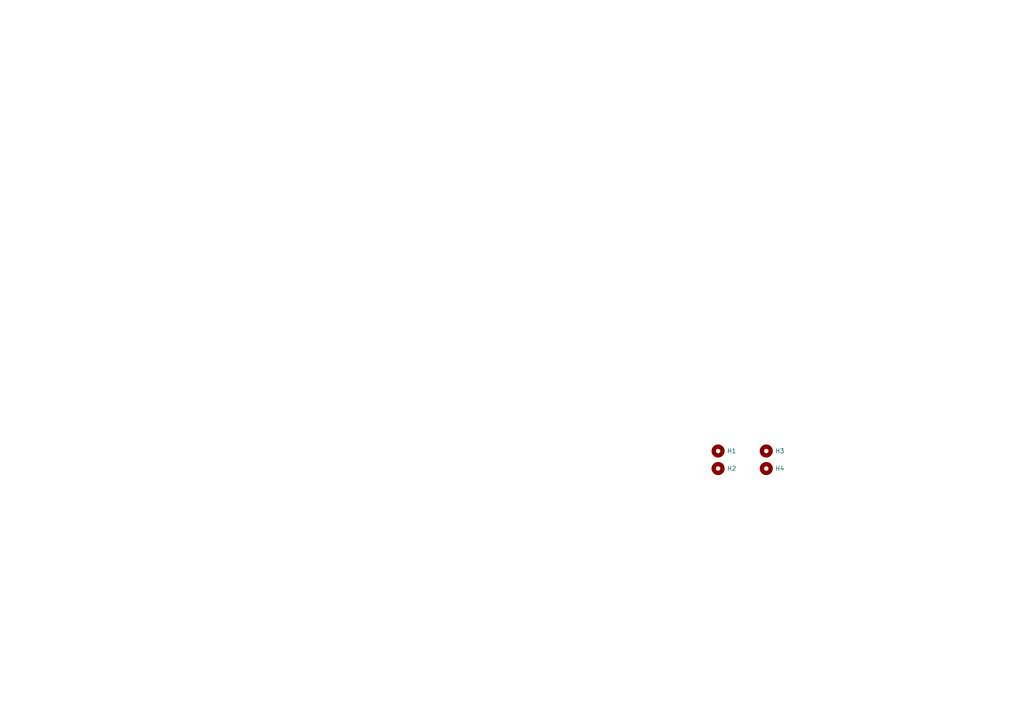
<source format=kicad_sch>
(kicad_sch
	(version 20231120)
	(generator "eeschema")
	(generator_version "8.0")
	(uuid "7bb261ae-2abe-4529-9e51-67d9cf0e8f0a")
	(paper "A4")
	(title_block
		(date "2021-04-05")
		(rev "#0")
		(comment 4 "AM/FM Player  Otto Tuil")
	)
	(lib_symbols
		(symbol "Mechanical:MountingHole"
			(pin_names
				(offset 1.016)
			)
			(exclude_from_sim no)
			(in_bom yes)
			(on_board yes)
			(property "Reference" "H"
				(at 0 5.08 0)
				(effects
					(font
						(size 1.27 1.27)
					)
				)
			)
			(property "Value" "MountingHole"
				(at 0 3.175 0)
				(effects
					(font
						(size 1.27 1.27)
					)
				)
			)
			(property "Footprint" ""
				(at 0 0 0)
				(effects
					(font
						(size 1.27 1.27)
					)
					(hide yes)
				)
			)
			(property "Datasheet" "~"
				(at 0 0 0)
				(effects
					(font
						(size 1.27 1.27)
					)
					(hide yes)
				)
			)
			(property "Description" "Mounting Hole without connection"
				(at 0 0 0)
				(effects
					(font
						(size 1.27 1.27)
					)
					(hide yes)
				)
			)
			(property "ki_keywords" "mounting hole"
				(at 0 0 0)
				(effects
					(font
						(size 1.27 1.27)
					)
					(hide yes)
				)
			)
			(property "ki_fp_filters" "MountingHole*"
				(at 0 0 0)
				(effects
					(font
						(size 1.27 1.27)
					)
					(hide yes)
				)
			)
			(symbol "MountingHole_0_1"
				(circle
					(center 0 0)
					(radius 1.27)
					(stroke
						(width 1.27)
						(type default)
					)
					(fill
						(type none)
					)
				)
			)
		)
	)
	(symbol
		(lib_id "Mechanical:MountingHole")
		(at 222.25 135.89 0)
		(unit 1)
		(exclude_from_sim no)
		(in_bom yes)
		(on_board yes)
		(dnp no)
		(fields_autoplaced yes)
		(uuid "6881c2ea-afdd-4778-a642-03968ad2df3c")
		(property "Reference" "H4"
			(at 224.79 135.89 0)
			(effects
				(font
					(size 1.27 1.27)
				)
				(justify left)
			)
		)
		(property "Value" "MountingHole"
			(at 224.79 137.795 0)
			(effects
				(font
					(size 1.27 1.27)
				)
				(justify left)
				(hide yes)
			)
		)
		(property "Footprint" "MountingHole:MountingHole_3.5mm"
			(at 222.25 135.89 0)
			(effects
				(font
					(size 1.27 1.27)
				)
				(hide yes)
			)
		)
		(property "Datasheet" "~"
			(at 222.25 135.89 0)
			(effects
				(font
					(size 1.27 1.27)
				)
				(hide yes)
			)
		)
		(property "Description" ""
			(at 222.25 135.89 0)
			(effects
				(font
					(size 1.27 1.27)
				)
				(hide yes)
			)
		)
		(instances
			(project "PlayerBack02"
				(path "/7bb261ae-2abe-4529-9e51-67d9cf0e8f0a"
					(reference "H4")
					(unit 1)
				)
			)
		)
	)
	(symbol
		(lib_id "Mechanical:MountingHole")
		(at 222.25 130.81 0)
		(unit 1)
		(exclude_from_sim no)
		(in_bom yes)
		(on_board yes)
		(dnp no)
		(fields_autoplaced yes)
		(uuid "79c18a48-964c-4f16-babd-ee5d51ae6f28")
		(property "Reference" "H3"
			(at 224.79 130.81 0)
			(effects
				(font
					(size 1.27 1.27)
				)
				(justify left)
			)
		)
		(property "Value" "MountingHole"
			(at 224.79 132.715 0)
			(effects
				(font
					(size 1.27 1.27)
				)
				(justify left)
				(hide yes)
			)
		)
		(property "Footprint" "MountingHole:MountingHole_3.5mm"
			(at 222.25 130.81 0)
			(effects
				(font
					(size 1.27 1.27)
				)
				(hide yes)
			)
		)
		(property "Datasheet" "~"
			(at 222.25 130.81 0)
			(effects
				(font
					(size 1.27 1.27)
				)
				(hide yes)
			)
		)
		(property "Description" ""
			(at 222.25 130.81 0)
			(effects
				(font
					(size 1.27 1.27)
				)
				(hide yes)
			)
		)
		(instances
			(project "PlayerBack02"
				(path "/7bb261ae-2abe-4529-9e51-67d9cf0e8f0a"
					(reference "H3")
					(unit 1)
				)
			)
		)
	)
	(symbol
		(lib_id "Mechanical:MountingHole")
		(at 208.28 135.89 0)
		(unit 1)
		(exclude_from_sim no)
		(in_bom yes)
		(on_board yes)
		(dnp no)
		(fields_autoplaced yes)
		(uuid "ec285892-4868-4a2f-8802-b2ef3a791442")
		(property "Reference" "H2"
			(at 210.82 135.89 0)
			(effects
				(font
					(size 1.27 1.27)
				)
				(justify left)
			)
		)
		(property "Value" "MountingHole"
			(at 210.82 137.795 0)
			(effects
				(font
					(size 1.27 1.27)
				)
				(justify left)
				(hide yes)
			)
		)
		(property "Footprint" "MountingHole:MountingHole_3.5mm"
			(at 208.28 135.89 0)
			(effects
				(font
					(size 1.27 1.27)
				)
				(hide yes)
			)
		)
		(property "Datasheet" "~"
			(at 208.28 135.89 0)
			(effects
				(font
					(size 1.27 1.27)
				)
				(hide yes)
			)
		)
		(property "Description" ""
			(at 208.28 135.89 0)
			(effects
				(font
					(size 1.27 1.27)
				)
				(hide yes)
			)
		)
		(instances
			(project "PlayerBack02"
				(path "/7bb261ae-2abe-4529-9e51-67d9cf0e8f0a"
					(reference "H2")
					(unit 1)
				)
			)
		)
	)
	(symbol
		(lib_id "Mechanical:MountingHole")
		(at 208.28 130.81 0)
		(unit 1)
		(exclude_from_sim no)
		(in_bom yes)
		(on_board yes)
		(dnp no)
		(fields_autoplaced yes)
		(uuid "fd0e9d06-06cf-44a2-9a20-219c353c8184")
		(property "Reference" "H1"
			(at 210.82 130.81 0)
			(effects
				(font
					(size 1.27 1.27)
				)
				(justify left)
			)
		)
		(property "Value" "MountingHole"
			(at 210.82 132.715 0)
			(effects
				(font
					(size 1.27 1.27)
				)
				(justify left)
				(hide yes)
			)
		)
		(property "Footprint" "MountingHole:MountingHole_3.5mm"
			(at 208.28 130.81 0)
			(effects
				(font
					(size 1.27 1.27)
				)
				(hide yes)
			)
		)
		(property "Datasheet" "~"
			(at 208.28 130.81 0)
			(effects
				(font
					(size 1.27 1.27)
				)
				(hide yes)
			)
		)
		(property "Description" ""
			(at 208.28 130.81 0)
			(effects
				(font
					(size 1.27 1.27)
				)
				(hide yes)
			)
		)
		(instances
			(project "PlayerBack02"
				(path "/7bb261ae-2abe-4529-9e51-67d9cf0e8f0a"
					(reference "H1")
					(unit 1)
				)
			)
		)
	)
	(sheet_instances
		(path "/"
			(page "1")
		)
	)
)

</source>
